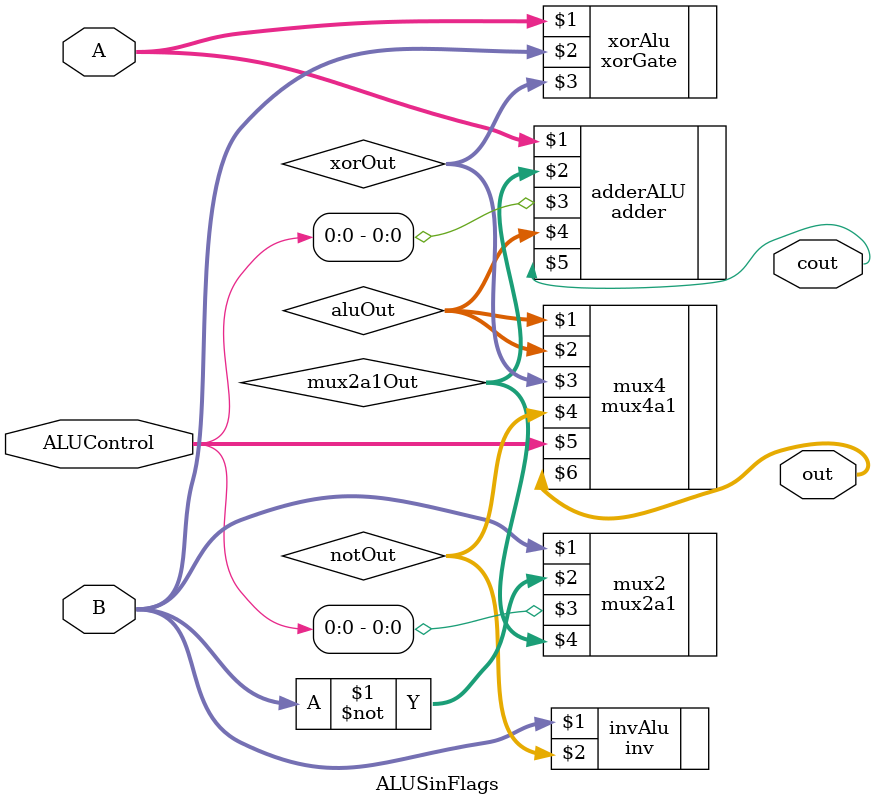
<source format=sv>
/* -------------------- ALU SIN FLAGS --------------------
	ALUControl1:0  Function
		00			 	  ADD
		01			 	  SUB
		10			 	  XOR
		11			 	  NOT
	-------------------------------------------------------
*/

module ALUSinFlags #(parameter N = 4)
						  (input  logic [N-1:0] A, B, 
						   input  logic [1:0] ALUControl,
							output logic [N-1:0] out,
							output logic cout);
							
							
	logic [N-1:0] aluOut, xorOut, notOut, mux2a1Out;
	
	mux2a1  #(N) mux2(B, ~B, ALUControl[0], mux2a1Out);
	adder   #(N) adderALU(A, mux2a1Out, ALUControl[0], aluOut, cout);
	xorGate #(N) xorAlu(A, B, xorOut);
	inv	  #(N) invAlu(B, notOut);
	mux4a1  #(N) mux4(aluOut, aluOut, xorOut, notOut, ALUControl, out);
	
	
	
endmodule
</source>
